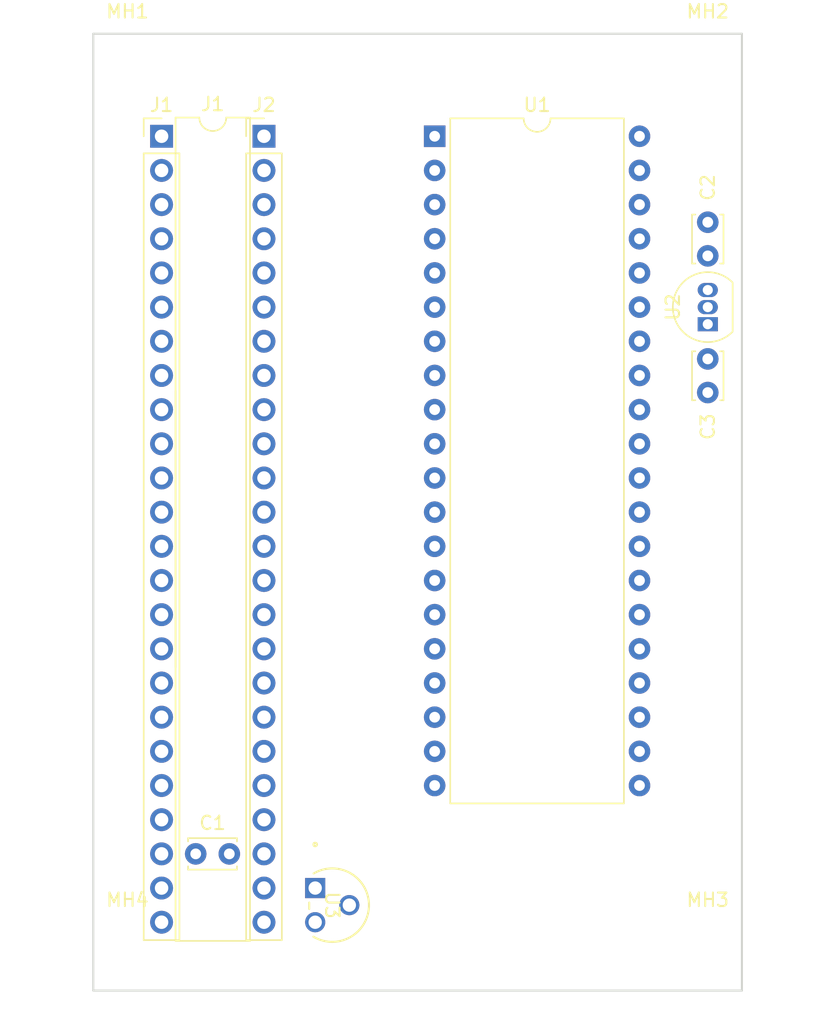
<source format=kicad_pcb>
(kicad_pcb (version 20221018) (generator pcbnew)
  (title_block (title "BionicTMS9981") (date "2023-12-12") (rev "1") (company "Tadashi G. Takaoka"))
  (layers (0 "F.Cu" signal) (31 "B.Cu" signal) (34 "B.Paste" user) (35 "F.Paste" user) (36 "B.SilkS" user "B.Silkscreen") (37 "F.SilkS" user "F.Silkscreen") (38 "B.Mask" user) (39 "F.Mask" user) (44 "Edge.Cuts" user))
  (net 0 "")
  (net 1 "VCC")
  (net 2 "GND")
  (net 3 "/P53")
  (net 4 "/P26")
  (net 5 "/P27")
  (net 6 "/P47")
  (net 7 "/P46")
  (net 8 "/P25")
  (net 9 "/P24")
  (net 10 "/P23")
  (net 11 "/P22")
  (net 12 "/P21")
  (net 13 "/P20")
  (net 14 "/P34")
  (net 15 "/P35")
  (net 16 "/P17")
  (net 18 "/P16")
  (net 19 "/P15")
  (net 20 "/P40")
  (net 21 "/P14")
  (net 22 "/P13")
  (net 23 "/P42")
  (net 24 "/P12")
  (net 25 "/P11")
  (net 26 "/P10")
  (net 27 "/P33")
  (net 28 "/P32")
  (net 29 "/P31")
  (net 30 "/P30")
  (net 31 "/P51")
  (net 32 "/P55")
  (net 33 "/P43")
  (net 34 "/P37")
  (net 35 "/P50")
  (net 36 "/P52")
  (net 38 "Net-(U2-VI)")
  (net 42 "/P41")
  (net 43 "/P54")
  (net 46 "/P45")
  (net 47 "Net-(U1-VDD)")
  (net 48 "Net-(J1-15V)")
  (net 49 "Net-(J2-P57)")
  (footprint "MountingHole:MountingHole_3.2mm_M3" (layer "F.Cu") (at 101 70)
    (fp_text reference "MH1" (at 0 -4.2) (layer "F.SilkS"))
    (fp_text value "MountingHole_3.2mm_M3")
    (pad "" np_thru_hole circle (at 0 0) (size 3.2 3.2) (drill 3.2) (layers "*.Cu" "*.Mask"))
  )
  (footprint "MountingHole:MountingHole_3.2mm_M3" (layer "F.Cu") (at 144.18 70)
    (fp_text reference "MH2" (at 0 -4.2) (layer "F.SilkS"))
    (fp_text value "MountingHole_3.2mm_M3")
    (pad "" np_thru_hole circle (at 0 0) (size 3.2 3.2) (drill 3.2) (layers "*.Cu" "*.Mask"))
  )
  (footprint "MountingHole:MountingHole_3.2mm_M3" (layer "F.Cu") (at 144.18 136.04)
    (fp_text reference "MH3" (at 0 -4.2) (layer "F.SilkS"))
    (fp_text value "MountingHole_3.2mm_M3")
    (pad "" np_thru_hole circle (at 0 0) (size 3.2 3.2) (drill 3.2) (layers "*.Cu" "*.Mask"))
  )
  (footprint "MountingHole:MountingHole_3.2mm_M3" (layer "F.Cu") (at 101 136.04)
    (fp_text reference "MH4" (at 0 -4.2) (layer "F.SilkS"))
    (fp_text value "MountingHole_3.2mm_M3")
    (pad "" np_thru_hole circle (at 0 0) (size 3.2 3.2) (drill 3.2) (layers "*.Cu" "*.Mask"))
  )
  (footprint "Capacitor_THT:C_Disc_D3.4mm_W2.1mm_P2.50mm" (layer "F.Cu") (at 106.08 128.42)
    (fp_text reference "C1" (at 1.25 -2.3) (layer "F.SilkS"))
    (fp_text value "0.1u")
    (fp_line (start -0.57 -1.17) (end -0.57 -0.925) (stroke (width 0.12)) (layer "F.SilkS"))
    (fp_line (start -0.57 -1.17) (end 3.07 -1.17) (stroke (width 0.12)) (layer "F.SilkS"))
    (fp_line (start -0.57 0.925) (end -0.57 1.17) (stroke (width 0.12)) (layer "F.SilkS"))
    (fp_line (start -0.57 1.17) (end 3.07 1.17) (stroke (width 0.12)) (layer "F.SilkS"))
    (fp_line (start 3.07 -1.17) (end 3.07 -0.925) (stroke (width 0.12)) (layer "F.SilkS"))
    (fp_line (start 3.07 0.925) (end 3.07 1.17) (stroke (width 0.12)) (layer "F.SilkS"))
    (pad "1" thru_hole circle (at 0 0) (size 1.6 1.6) (drill 0.8) (layers "*.Cu" "*.Mask") (net 1 "VCC"))
    (pad "2" thru_hole circle (at 2.5 0) (size 1.6 1.6) (drill 0.8) (layers "*.Cu" "*.Mask") (net 2 "GND"))
  )
  (footprint "0-LocalLibrary:DIP-48_W7.62mm" (layer "F.Cu") (at 103.54 75.08)
    (fp_text reference "J1" (at 3.81 -2.39) (layer "F.SilkS"))
    (fp_text value "BionicConnector")
    (fp_line (start 1.04 -1.39) (end 1.04 39.49) (stroke (width 0.12)) (layer "F.SilkS"))
    (fp_line (start 1.04 18.93) (end 1.04 59.81) (stroke (width 0.12)) (layer "F.SilkS"))
    (fp_line (start 1.04 59.81) (end 6.58 59.81) (stroke (width 0.12)) (layer "F.SilkS"))
    (fp_line (start 2.81 -1.39) (end 1.04 -1.39) (stroke (width 0.12)) (layer "F.SilkS"))
    (fp_line (start 6.58 -1.39) (end 4.81 -1.39) (stroke (width 0.12)) (layer "F.SilkS"))
    (fp_line (start 6.58 39.49) (end 6.58 -1.39) (stroke (width 0.12)) (layer "F.SilkS"))
    (fp_line (start 6.58 59.81) (end 6.58 18.93) (stroke (width 0.12)) (layer "F.SilkS"))
    (fp_arc (start 4.81 -1.39) (mid 3.81 -0.39) (end 2.81 -1.39) (stroke (width 0.12)) (layer "F.SilkS"))
    (pad "1" thru_hole rect (at 0 0) (size 1.6 1.6) (drill 0.8) (layers "*.Cu" "*.Mask") (net 2 "GND"))
    (pad "2" thru_hole oval (at 0 2.54) (size 1.6 1.6) (drill 0.8) (layers "*.Cu" "*.Mask") (net 26 "/P10"))
    (pad "3" thru_hole oval (at 0 5.08) (size 1.6 1.6) (drill 0.8) (layers "*.Cu" "*.Mask") (net 25 "/P11"))
    (pad "4" thru_hole oval (at 0 7.62) (size 1.6 1.6) (drill 0.8) (layers "*.Cu" "*.Mask") (net 24 "/P12"))
    (pad "5" thru_hole oval (at 0 10.16) (size 1.6 1.6) (drill 0.8) (layers "*.Cu" "*.Mask") (net 22 "/P13"))
    (pad "6" thru_hole oval (at 0 12.7) (size 1.6 1.6) (drill 0.8) (layers "*.Cu" "*.Mask") (net 21 "/P14"))
    (pad "7" thru_hole oval (at 0 15.24) (size 1.6 1.6) (drill 0.8) (layers "*.Cu" "*.Mask") (net 19 "/P15"))
    (pad "8" thru_hole oval (at 0 17.78) (size 1.6 1.6) (drill 0.8) (layers "*.Cu" "*.Mask") (net 18 "/P16"))
    (pad "9" thru_hole oval (at 0 20.32) (size 1.6 1.6) (drill 0.8) (layers "*.Cu" "*.Mask") (net 16 "/P17"))
    (pad "10" thru_hole oval (at 0 22.86) (size 1.6 1.6) (drill 0.8) (layers "*.Cu" "*.Mask"))
    (pad "11" thru_hole oval (at 0 25.4) (size 1.6 1.6) (drill 0.8) (layers "*.Cu" "*.Mask") (net 30 "/P30"))
    (pad "12" thru_hole oval (at 0 27.94) (size 1.6 1.6) (drill 0.8) (layers "*.Cu" "*.Mask") (net 29 "/P31"))
    (pad "13" thru_hole oval (at 0 30.48) (size 1.6 1.6) (drill 0.8) (layers "*.Cu" "*.Mask") (net 28 "/P32"))
    (pad "14" thru_hole oval (at 0 33.02) (size 1.6 1.6) (drill 0.8) (layers "*.Cu" "*.Mask") (net 27 "/P33"))
    (pad "15" thru_hole oval (at 0 35.56) (size 1.6 1.6) (drill 0.8) (layers "*.Cu" "*.Mask") (net 14 "/P34"))
    (pad "16" thru_hole oval (at 0 38.1) (size 1.6 1.6) (drill 0.8) (layers "*.Cu" "*.Mask") (net 15 "/P35"))
    (pad "17" thru_hole oval (at 0 40.64) (size 1.6 1.6) (drill 0.8) (layers "*.Cu" "*.Mask"))
    (pad "18" thru_hole oval (at 0 43.18) (size 1.6 1.6) (drill 0.8) (layers "*.Cu" "*.Mask") (net 34 "/P37"))
    (pad "19" thru_hole oval (at 0 45.72) (size 1.6 1.6) (drill 0.8) (layers "*.Cu" "*.Mask") (net 38 "Net-(U2-VI)"))
    (pad "20" thru_hole oval (at 0 48.26) (size 1.6 1.6) (drill 0.8) (layers "*.Cu" "*.Mask") (net 35 "/P50"))
    (pad "21" thru_hole oval (at 0 50.8) (size 1.6 1.6) (drill 0.8) (layers "*.Cu" "*.Mask") (net 31 "/P51"))
    (pad "22" thru_hole oval (at 0 53.34) (size 1.6 1.6) (drill 0.8) (layers "*.Cu" "*.Mask") (net 36 "/P52"))
    (pad "23" thru_hole oval (at 0 55.88) (size 1.6 1.6) (drill 0.8) (layers "*.Cu" "*.Mask") (net 3 "/P53"))
    (pad "24" thru_hole oval (at 0 58.42) (size 1.6 1.6) (drill 0.8) (layers "*.Cu" "*.Mask") (net 1 "VCC"))
    (pad "25" thru_hole oval (at 7.62 58.42) (size 1.6 1.6) (drill 0.8) (layers "*.Cu" "*.Mask") (net 1 "VCC"))
    (pad "26" thru_hole oval (at 7.62 55.88) (size 1.6 1.6) (drill 0.8) (layers "*.Cu" "*.Mask"))
    (pad "27" thru_hole oval (at 7.62 53.34) (size 1.6 1.6) (drill 0.8) (layers "*.Cu" "*.Mask"))
    (pad "28" thru_hole oval (at 7.62 50.8) (size 1.6 1.6) (drill 0.8) (layers "*.Cu" "*.Mask") (net 32 "/P55"))
    (pad "29" thru_hole oval (at 7.62 48.26) (size 1.6 1.6) (drill 0.8) (layers "*.Cu" "*.Mask") (net 43 "/P54"))
    (pad "30" thru_hole oval (at 7.62 45.72) (size 1.6 1.6) (drill 0.8) (layers "*.Cu" "*.Mask") (net 38 "Net-(U2-VI)"))
    (pad "31" thru_hole oval (at 7.62 43.18) (size 1.6 1.6) (drill 0.8) (layers "*.Cu" "*.Mask") (net 6 "/P47"))
    (pad "32" thru_hole oval (at 7.62 40.64) (size 1.6 1.6) (drill 0.8) (layers "*.Cu" "*.Mask") (net 7 "/P46"))
    (pad "33" thru_hole oval (at 7.62 38.1) (size 1.6 1.6) (drill 0.8) (layers "*.Cu" "*.Mask") (net 46 "/P45"))
    (pad "34" thru_hole oval (at 7.62 35.56) (size 1.6 1.6) (drill 0.8) (layers "*.Cu" "*.Mask"))
    (pad "35" thru_hole oval (at 7.62 33.02) (size 1.6 1.6) (drill 0.8) (layers "*.Cu" "*.Mask") (net 33 "/P43"))
    (pad "36" thru_hole oval (at 7.62 30.48) (size 1.6 1.6) (drill 0.8) (layers "*.Cu" "*.Mask") (net 23 "/P42"))
    (pad "37" thru_hole oval (at 7.62 27.94) (size 1.6 1.6) (drill 0.8) (layers "*.Cu" "*.Mask") (net 42 "/P41"))
    (pad "38" thru_hole oval (at 7.62 25.4) (size 1.6 1.6) (drill 0.8) (layers "*.Cu" "*.Mask") (net 20 "/P40"))
    (pad "39" thru_hole oval (at 7.62 22.86) (size 1.6 1.6) (drill 0.8) (layers "*.Cu" "*.Mask"))
    (pad "40" thru_hole oval (at 7.62 20.32) (size 1.6 1.6) (drill 0.8) (layers "*.Cu" "*.Mask") (net 5 "/P27"))
    (pad "41" thru_hole oval (at 7.62 17.78) (size 1.6 1.6) (drill 0.8) (layers "*.Cu" "*.Mask") (net 4 "/P26"))
    (pad "42" thru_hole oval (at 7.62 15.24) (size 1.6 1.6) (drill 0.8) (layers "*.Cu" "*.Mask") (net 8 "/P25"))
    (pad "43" thru_hole oval (at 7.62 12.7) (size 1.6 1.6) (drill 0.8) (layers "*.Cu" "*.Mask") (net 9 "/P24"))
    (pad "44" thru_hole oval (at 7.62 10.16) (size 1.6 1.6) (drill 0.8) (layers "*.Cu" "*.Mask") (net 10 "/P23"))
    (pad "45" thru_hole oval (at 7.62 7.62) (size 1.6 1.6) (drill 0.8) (layers "*.Cu" "*.Mask") (net 11 "/P22"))
    (pad "46" thru_hole oval (at 7.62 5.08) (size 1.6 1.6) (drill 0.8) (layers "*.Cu" "*.Mask") (net 12 "/P21"))
    (pad "47" thru_hole oval (at 7.62 2.54) (size 1.6 1.6) (drill 0.8) (layers "*.Cu" "*.Mask") (net 13 "/P20"))
    (pad "48" thru_hole oval (at 7.62 0) (size 1.6 1.6) (drill 0.8) (layers "*.Cu" "*.Mask") (net 2 "GND"))
  )
  (footprint "Capacitor_THT:C_Disc_D3.4mm_W2.1mm_P2.50mm" (layer "F.Cu") (at 144.18 83.97 90)
    (fp_text reference "C2" (at 5.08 0 90) (layer "F.SilkS"))
    (fp_text value "0.33u")
    (fp_line (start -0.57 -1.17) (end -0.57 -0.925) (stroke (width 0.12)) (layer "F.SilkS"))
    (fp_line (start -0.57 -1.17) (end 3.07 -1.17) (stroke (width 0.12)) (layer "F.SilkS"))
    (fp_line (start -0.57 0.925) (end -0.57 1.17) (stroke (width 0.12)) (layer "F.SilkS"))
    (fp_line (start -0.57 1.17) (end 3.07 1.17) (stroke (width 0.12)) (layer "F.SilkS"))
    (fp_line (start 3.07 -1.17) (end 3.07 -0.925) (stroke (width 0.12)) (layer "F.SilkS"))
    (fp_line (start 3.07 0.925) (end 3.07 1.17) (stroke (width 0.12)) (layer "F.SilkS"))
    (pad "1" thru_hole circle (at 0 0 90) (size 1.6 1.6) (drill 0.8) (layers "*.Cu" "*.Mask") (net 48 "Net-(J1-15V)"))
    (pad "2" thru_hole circle (at 2.5 0 90) (size 1.6 1.6) (drill 0.8) (layers "*.Cu" "*.Mask") (net 2 "GND"))
  )
  (footprint "Package_TO_SOT_THT:TO-92_Inline" (layer "F.Cu") (at 144.18 89.05 90)
    (fp_text reference "U2" (at 1.27 -2.6 90) (layer "F.SilkS"))
    (fp_text value "LM78L12_TO92")
    (fp_line (start -0.53 1.85) (end 3.07 1.85) (stroke (width 0.12)) (layer "F.SilkS"))
    (fp_arc (start -0.568478 1.838478) (mid -1.132087 -0.994977) (end 1.27 -2.6) (stroke (width 0.12)) (layer "F.SilkS"))
    (fp_arc (start 1.27 -2.6) (mid 3.672087 -0.994977) (end 3.108478 1.838478) (stroke (width 0.12)) (layer "F.SilkS"))
    (pad "1" thru_hole rect (at 0 0 90) (size 1.05 1.5) (drill 0.75) (layers "*.Cu" "*.Mask") (net 47 "Net-(U1-VDD)"))
    (pad "2" thru_hole oval (at 1.27 0 90) (size 1.05 1.5) (drill 0.75) (layers "*.Cu" "*.Mask") (net 2 "GND"))
    (pad "3" thru_hole oval (at 2.54 0 90) (size 1.05 1.5) (drill 0.75) (layers "*.Cu" "*.Mask") (net 48 "Net-(J1-15V)"))
  )
  (footprint "connector:Bionic-P245_Vertical" (layer "F.Cu") (at 111.16 75.08)
    (fp_text reference "J2" (at 0 -2.33) (layer "F.SilkS"))
    (fp_text value "Bionic-P245")
    (fp_line (start -1.33 -1.33) (end 0 -1.33) (stroke (width 0.12)) (layer "F.SilkS"))
    (fp_line (start -1.33 0) (end -1.33 -1.33) (stroke (width 0.12)) (layer "F.SilkS"))
    (fp_line (start -1.33 1.27) (end -1.33 59.75) (stroke (width 0.12)) (layer "F.SilkS"))
    (fp_line (start -1.33 1.27) (end 1.33 1.27) (stroke (width 0.12)) (layer "F.SilkS"))
    (fp_line (start -1.33 59.75) (end 1.33 59.75) (stroke (width 0.12)) (layer "F.SilkS"))
    (fp_line (start 1.33 1.27) (end 1.33 59.75) (stroke (width 0.12)) (layer "F.SilkS"))
    (pad "25" thru_hole oval (at 0 58.42) (size 1.7 1.7) (drill 1) (layers "*.Cu" "*.Mask") (net 1 "VCC"))
    (pad "26" thru_hole oval (at 0 55.88) (size 1.7 1.7) (drill 1) (layers "*.Cu" "*.Mask") (net 49 "Net-(J2-P57)"))
    (pad "27" thru_hole oval (at 0 53.34) (size 1.7 1.7) (drill 1) (layers "*.Cu" "*.Mask"))
    (pad "28" thru_hole oval (at 0 50.8) (size 1.7 1.7) (drill 1) (layers "*.Cu" "*.Mask") (net 32 "/P55"))
    (pad "29" thru_hole oval (at 0 48.26) (size 1.7 1.7) (drill 1) (layers "*.Cu" "*.Mask") (net 43 "/P54"))
    (pad "30" thru_hole oval (at 0 45.72) (size 1.7 1.7) (drill 1) (layers "*.Cu" "*.Mask") (net 48 "Net-(J1-15V)"))
    (pad "31" thru_hole oval (at 0 43.18) (size 1.7 1.7) (drill 1) (layers "*.Cu" "*.Mask") (net 6 "/P47"))
    (pad "32" thru_hole oval (at 0 40.64) (size 1.7 1.7) (drill 1) (layers "*.Cu" "*.Mask") (net 7 "/P46"))
    (pad "33" thru_hole oval (at 0 38.1) (size 1.7 1.7) (drill 1) (layers "*.Cu" "*.Mask") (net 46 "/P45"))
    (pad "34" thru_hole oval (at 0 35.56) (size 1.7 1.7) (drill 1) (layers "*.Cu" "*.Mask"))
    (pad "35" thru_hole oval (at 0 33.02) (size 1.7 1.7) (drill 1) (layers "*.Cu" "*.Mask") (net 33 "/P43"))
    (pad "36" thru_hole oval (at 0 30.48) (size 1.7 1.7) (drill 1) (layers "*.Cu" "*.Mask") (net 23 "/P42"))
    (pad "37" thru_hole oval (at 0 27.94) (size 1.7 1.7) (drill 1) (layers "*.Cu" "*.Mask") (net 42 "/P41"))
    (pad "38" thru_hole oval (at 0 25.4) (size 1.7 1.7) (drill 1) (layers "*.Cu" "*.Mask") (net 20 "/P40"))
    (pad "39" thru_hole oval (at 0 22.86) (size 1.7 1.7) (drill 1) (layers "*.Cu" "*.Mask"))
    (pad "40" thru_hole oval (at 0 20.32) (size 1.7 1.7) (drill 1) (layers "*.Cu" "*.Mask") (net 5 "/P27"))
    (pad "41" thru_hole oval (at 0 17.78) (size 1.7 1.7) (drill 1) (layers "*.Cu" "*.Mask") (net 4 "/P26"))
    (pad "42" thru_hole oval (at 0 15.24) (size 1.7 1.7) (drill 1) (layers "*.Cu" "*.Mask") (net 8 "/P25"))
    (pad "43" thru_hole oval (at 0 12.7) (size 1.7 1.7) (drill 1) (layers "*.Cu" "*.Mask") (net 9 "/P24"))
    (pad "44" thru_hole oval (at 0 10.16) (size 1.7 1.7) (drill 1) (layers "*.Cu" "*.Mask") (net 10 "/P23"))
    (pad "45" thru_hole oval (at 0 7.62) (size 1.7 1.7) (drill 1) (layers "*.Cu" "*.Mask") (net 11 "/P22"))
    (pad "46" thru_hole oval (at 0 5.08) (size 1.7 1.7) (drill 1) (layers "*.Cu" "*.Mask") (net 12 "/P21"))
    (pad "47" thru_hole oval (at 0 2.54) (size 1.7 1.7) (drill 1) (layers "*.Cu" "*.Mask") (net 13 "/P20"))
    (pad "48" thru_hole rect (at 0 0) (size 1.7 1.7) (drill 1) (layers "*.Cu" "*.Mask") (net 2 "GND"))
  )
  (footprint "Package_DIP:DIP-40_W15.24mm" (layer "F.Cu") (at 123.86 75.08)
    (fp_text reference "U1" (at 7.62 -2.33) (layer "F.SilkS"))
    (fp_text value "TMS9981")
    (fp_line (start 1.16 -1.33) (end 1.16 49.59) (stroke (width 0.12)) (layer "F.SilkS"))
    (fp_line (start 1.16 49.59) (end 14.08 49.59) (stroke (width 0.12)) (layer "F.SilkS"))
    (fp_line (start 6.62 -1.33) (end 1.16 -1.33) (stroke (width 0.12)) (layer "F.SilkS"))
    (fp_line (start 14.08 -1.33) (end 8.62 -1.33) (stroke (width 0.12)) (layer "F.SilkS"))
    (fp_line (start 14.08 49.59) (end 14.08 -1.33) (stroke (width 0.12)) (layer "F.SilkS"))
    (fp_arc (start 8.62 -1.33) (mid 7.62 -0.33) (end 6.62 -1.33) (stroke (width 0.12)) (layer "F.SilkS"))
    (pad "1" thru_hole rect (at 0 0) (size 1.6 1.6) (drill 0.8) (layers "*.Cu" "*.Mask") (net 20 "/P40"))
    (pad "2" thru_hole oval (at 0 2.54) (size 1.6 1.6) (drill 0.8) (layers "*.Cu" "*.Mask") (net 3 "/P53"))
    (pad "3" thru_hole oval (at 0 5.08) (size 1.6 1.6) (drill 0.8) (layers "*.Cu" "*.Mask") (net 32 "/P55"))
    (pad "4" thru_hole oval (at 0 7.62) (size 1.6 1.6) (drill 0.8) (layers "*.Cu" "*.Mask") (net 13 "/P20"))
    (pad "5" thru_hole oval (at 0 10.16) (size 1.6 1.6) (drill 0.8) (layers "*.Cu" "*.Mask") (net 12 "/P21"))
    (pad "6" thru_hole oval (at 0 12.7) (size 1.6 1.6) (drill 0.8) (layers "*.Cu" "*.Mask") (net 11 "/P22"))
    (pad "7" thru_hole oval (at 0 15.24) (size 1.6 1.6) (drill 0.8) (layers "*.Cu" "*.Mask") (net 10 "/P23"))
    (pad "8" thru_hole oval (at 0 17.78) (size 1.6 1.6) (drill 0.8) (layers "*.Cu" "*.Mask") (net 9 "/P24"))
    (pad "9" thru_hole oval (at 0 20.32) (size 1.6 1.6) (drill 0.8) (layers "*.Cu" "*.Mask") (net 8 "/P25"))
    (pad "10" thru_hole oval (at 0 22.86) (size 1.6 1.6) (drill 0.8) (layers "*.Cu" "*.Mask") (net 4 "/P26"))
    (pad "11" thru_hole oval (at 0 25.4) (size 1.6 1.6) (drill 0.8) (layers "*.Cu" "*.Mask") (net 5 "/P27"))
    (pad "12" thru_hole oval (at 0 27.94) (size 1.6 1.6) (drill 0.8) (layers "*.Cu" "*.Mask") (net 30 "/P30"))
    (pad "13" thru_hole oval (at 0 30.48) (size 1.6 1.6) (drill 0.8) (layers "*.Cu" "*.Mask") (net 29 "/P31"))
    (pad "14" thru_hole oval (at 0 33.02) (size 1.6 1.6) (drill 0.8) (layers "*.Cu" "*.Mask") (net 28 "/P32"))
    (pad "15" thru_hole oval (at 0 35.56) (size 1.6 1.6) (drill 0.8) (layers "*.Cu" "*.Mask") (net 27 "/P33"))
    (pad "16" thru_hole oval (at 0 38.1) (size 1.6 1.6) (drill 0.8) (layers "*.Cu" "*.Mask") (net 14 "/P34"))
    (pad "17" thru_hole oval (at 0 40.64) (size 1.6 1.6) (drill 0.8) (layers "*.Cu" "*.Mask") (net 15 "/P35"))
    (pad "18" thru_hole oval (at 0 43.18) (size 1.6 1.6) (drill 0.8) (layers "*.Cu" "*.Mask") (net 35 "/P50"))
    (pad "19" thru_hole oval (at 0 45.72) (size 1.6 1.6) (drill 0.8) (layers "*.Cu" "*.Mask") (net 46 "/P45"))
    (pad "20" thru_hole oval (at 0 48.26) (size 1.6 1.6) (drill 0.8) (layers "*.Cu" "*.Mask") (net 1 "VCC"))
    (pad "21" thru_hole oval (at 15.24 48.26) (size 1.6 1.6) (drill 0.8) (layers "*.Cu" "*.Mask") (net 6 "/P47"))
    (pad "22" thru_hole oval (at 15.24 45.72) (size 1.6 1.6) (drill 0.8) (layers "*.Cu" "*.Mask") (net 42 "/P41"))
    (pad "23" thru_hole oval (at 15.24 43.18) (size 1.6 1.6) (drill 0.8) (layers "*.Cu" "*.Mask") (net 23 "/P42"))
    (pad "24" thru_hole oval (at 15.24 40.64) (size 1.6 1.6) (drill 0.8) (layers "*.Cu" "*.Mask") (net 33 "/P43"))
    (pad "25" thru_hole oval (at 15.24 38.1) (size 1.6 1.6) (drill 0.8) (layers "*.Cu" "*.Mask") (net 16 "/P17"))
    (pad "26" thru_hole oval (at 15.24 35.56) (size 1.6 1.6) (drill 0.8) (layers "*.Cu" "*.Mask") (net 18 "/P16"))
    (pad "27" thru_hole oval (at 15.24 33.02) (size 1.6 1.6) (drill 0.8) (layers "*.Cu" "*.Mask") (net 19 "/P15"))
    (pad "28" thru_hole oval (at 15.24 30.48) (size 1.6 1.6) (drill 0.8) (layers "*.Cu" "*.Mask") (net 21 "/P14"))
    (pad "29" thru_hole oval (at 15.24 27.94) (size 1.6 1.6) (drill 0.8) (layers "*.Cu" "*.Mask") (net 22 "/P13"))
    (pad "30" thru_hole oval (at 15.24 25.4) (size 1.6 1.6) (drill 0.8) (layers "*.Cu" "*.Mask") (net 24 "/P12"))
    (pad "31" thru_hole oval (at 15.24 22.86) (size 1.6 1.6) (drill 0.8) (layers "*.Cu" "*.Mask") (net 25 "/P11"))
    (pad "32" thru_hole oval (at 15.24 20.32) (size 1.6 1.6) (drill 0.8) (layers "*.Cu" "*.Mask") (net 26 "/P10"))
    (pad "33" thru_hole oval (at 15.24 17.78) (size 1.6 1.6) (drill 0.8) (layers "*.Cu" "*.Mask"))
    (pad "34" thru_hole oval (at 15.24 15.24) (size 1.6 1.6) (drill 0.8) (layers "*.Cu" "*.Mask") (net 7 "/P46"))
    (pad "35" thru_hole oval (at 15.24 12.7) (size 1.6 1.6) (drill 0.8) (layers "*.Cu" "*.Mask") (net 2 "GND"))
    (pad "36" thru_hole oval (at 15.24 10.16) (size 1.6 1.6) (drill 0.8) (layers "*.Cu" "*.Mask") (net 47 "Net-(U1-VDD)"))
    (pad "37" thru_hole oval (at 15.24 7.62) (size 1.6 1.6) (drill 0.8) (layers "*.Cu" "*.Mask") (net 34 "/P37"))
    (pad "38" thru_hole oval (at 15.24 5.08) (size 1.6 1.6) (drill 0.8) (layers "*.Cu" "*.Mask") (net 31 "/P51"))
    (pad "39" thru_hole oval (at 15.24 2.54) (size 1.6 1.6) (drill 0.8) (layers "*.Cu" "*.Mask") (net 36 "/P52"))
    (pad "40" thru_hole oval (at 15.24 0) (size 1.6 1.6) (drill 0.8) (layers "*.Cu" "*.Mask") (net 43 "/P54"))
  )
  (footprint "connector:Bionic-P135_Vertical" (layer "F.Cu") (at 103.54 75.08)
    (fp_text reference "J1" (at 0 -2.33) (layer "F.SilkS"))
    (fp_text value "Bionic-P135")
    (fp_line (start -1.33 -1.33) (end 0 -1.33) (stroke (width 0.12)) (layer "F.SilkS"))
    (fp_line (start -1.33 0) (end -1.33 -1.33) (stroke (width 0.12)) (layer "F.SilkS"))
    (fp_line (start -1.33 1.27) (end -1.33 59.75) (stroke (width 0.12)) (layer "F.SilkS"))
    (fp_line (start -1.33 1.27) (end 1.33 1.27) (stroke (width 0.12)) (layer "F.SilkS"))
    (fp_line (start -1.33 59.75) (end 1.33 59.75) (stroke (width 0.12)) (layer "F.SilkS"))
    (fp_line (start 1.33 1.27) (end 1.33 59.75) (stroke (width 0.12)) (layer "F.SilkS"))
    (pad "1" thru_hole rect (at 0 0) (size 1.7 1.7) (drill 1) (layers "*.Cu" "*.Mask") (net 2 "GND"))
    (pad "2" thru_hole oval (at 0 2.54) (size 1.7 1.7) (drill 1) (layers "*.Cu" "*.Mask") (net 26 "/P10"))
    (pad "3" thru_hole oval (at 0 5.08) (size 1.7 1.7) (drill 1) (layers "*.Cu" "*.Mask") (net 25 "/P11"))
    (pad "4" thru_hole oval (at 0 7.62) (size 1.7 1.7) (drill 1) (layers "*.Cu" "*.Mask") (net 24 "/P12"))
    (pad "5" thru_hole oval (at 0 10.16) (size 1.7 1.7) (drill 1) (layers "*.Cu" "*.Mask") (net 22 "/P13"))
    (pad "6" thru_hole oval (at 0 12.7) (size 1.7 1.7) (drill 1) (layers "*.Cu" "*.Mask") (net 21 "/P14"))
    (pad "7" thru_hole oval (at 0 15.24) (size 1.7 1.7) (drill 1) (layers "*.Cu" "*.Mask") (net 19 "/P15"))
    (pad "8" thru_hole oval (at 0 17.78) (size 1.7 1.7) (drill 1) (layers "*.Cu" "*.Mask") (net 18 "/P16"))
    (pad "9" thru_hole oval (at 0 20.32) (size 1.7 1.7) (drill 1) (layers "*.Cu" "*.Mask") (net 16 "/P17"))
    (pad "10" thru_hole oval (at 0 22.86) (size 1.7 1.7) (drill 1) (layers "*.Cu" "*.Mask"))
    (pad "11" thru_hole oval (at 0 25.4) (size 1.7 1.7) (drill 1) (layers "*.Cu" "*.Mask") (net 30 "/P30"))
    (pad "12" thru_hole oval (at 0 27.94) (size 1.7 1.7) (drill 1) (layers "*.Cu" "*.Mask") (net 29 "/P31"))
    (pad "13" thru_hole oval (at 0 30.48) (size 1.7 1.7) (drill 1) (layers "*.Cu" "*.Mask") (net 28 "/P32"))
    (pad "14" thru_hole oval (at 0 33.02) (size 1.7 1.7) (drill 1) (layers "*.Cu" "*.Mask") (net 27 "/P33"))
    (pad "15" thru_hole oval (at 0 35.56) (size 1.7 1.7) (drill 1) (layers "*.Cu" "*.Mask") (net 14 "/P34"))
    (pad "16" thru_hole oval (at 0 38.1) (size 1.7 1.7) (drill 1) (layers "*.Cu" "*.Mask") (net 15 "/P35"))
    (pad "17" thru_hole oval (at 0 40.64) (size 1.7 1.7) (drill 1) (layers "*.Cu" "*.Mask"))
    (pad "18" thru_hole oval (at 0 43.18) (size 1.7 1.7) (drill 1) (layers "*.Cu" "*.Mask") (net 34 "/P37"))
    (pad "19" thru_hole oval (at 0 45.72) (size 1.7 1.7) (drill 1) (layers "*.Cu" "*.Mask") (net 48 "Net-(J1-15V)"))
    (pad "20" thru_hole oval (at 0 48.26) (size 1.7 1.7) (drill 1) (layers "*.Cu" "*.Mask") (net 35 "/P50"))
    (pad "21" thru_hole oval (at 0 50.8) (size 1.7 1.7) (drill 1) (layers "*.Cu" "*.Mask") (net 31 "/P51"))
    (pad "22" thru_hole oval (at 0 53.34) (size 1.7 1.7) (drill 1) (layers "*.Cu" "*.Mask") (net 36 "/P52"))
    (pad "23" thru_hole oval (at 0 55.88) (size 1.7 1.7) (drill 1) (layers "*.Cu" "*.Mask") (net 3 "/P53"))
    (pad "24" thru_hole oval (at 0 58.42) (size 1.7 1.7) (drill 1) (layers "*.Cu" "*.Mask") (net 1 "VCC"))
  )
  (footprint "Capacitor_THT:C_Disc_D3.4mm_W2.1mm_P2.50mm" (layer "F.Cu") (at 144.18 91.63 -90)
    (fp_text reference "C3" (at 5.04 0 90) (layer "F.SilkS"))
    (fp_text value "0.1u")
    (fp_line (start -0.57 -1.17) (end -0.57 -0.925) (stroke (width 0.12)) (layer "F.SilkS"))
    (fp_line (start -0.57 -1.17) (end 3.07 -1.17) (stroke (width 0.12)) (layer "F.SilkS"))
    (fp_line (start -0.57 0.925) (end -0.57 1.17) (stroke (width 0.12)) (layer "F.SilkS"))
    (fp_line (start -0.57 1.17) (end 3.07 1.17) (stroke (width 0.12)) (layer "F.SilkS"))
    (fp_line (start 3.07 -1.17) (end 3.07 -0.925) (stroke (width 0.12)) (layer "F.SilkS"))
    (fp_line (start 3.07 0.925) (end 3.07 1.17) (stroke (width 0.12)) (layer "F.SilkS"))
    (pad "1" thru_hole circle (at 0 0 270) (size 1.6 1.6) (drill 0.8) (layers "*.Cu" "*.Mask") (net 47 "Net-(U1-VDD)"))
    (pad "2" thru_hole circle (at 2.5 0 270) (size 1.6 1.6) (drill 0.8) (layers "*.Cu" "*.Mask") (net 2 "GND"))
  )
  (footprint "microchip:TO-92_MC_MCH" (layer "F.Cu") (at 114.97 130.96 -90)
    (fp_text reference "U3" (at 1.27 -1.27 -90 unlocked) (layer "F.SilkS"))
    (fp_text value "11AA010-I/TO")
    (fp_line (start 1.08204 0.4445) (end 1.553476 0.4445) (stroke (width 0.1524)) (layer "F.SilkS"))
    (fp_arc (start -1.08204 0.116917) (mid 0.551186 -3.904186) (end 4.0005 -1.27) (stroke (width 0.1524)) (layer "F.SilkS"))
    (fp_arc (start 4.0005 -1.269999) (mid 3.90215 -0.543764) (end 3.614184 0.130155) (stroke (width 0.1524)) (layer "F.SilkS"))
    (fp_circle (center -3.2385 0) (end -3.1115 0) (stroke (width 0.1524)) (fill none) (layer "F.SilkS"))
    (pad "1" thru_hole rect (at 0 0 270) (size 1.4986 1.4986) (drill 0.9906) (layers "*.Cu" "*.Mask") (net 2 "GND"))
    (pad "2" thru_hole circle (at 1.27 -2.54 270) (size 1.4986 1.4986) (drill 0.9906) (layers "*.Cu" "*.Mask") (net 49 "Net-(J2-P57)"))
    (pad "3" thru_hole circle (at 2.54 0 270) (size 1.4986 1.4986) (drill 0.9906) (layers "*.Cu" "*.Mask") (net 1 "VCC"))
  )
  (gr_line (start 98.46 138.58) (end 98.46 67.46) (stroke (width 0.15)) (layer "Edge.Cuts"))
  (gr_line (start 98.46 67.46) (end 146.72 67.46) (stroke (width 0.15)) (layer "Edge.Cuts"))
  (gr_line (start 146.72 138.58) (end 98.46 138.58) (stroke (width 0.15)) (layer "Edge.Cuts"))
  (gr_line (start 146.72 67.46) (end 146.72 138.58) (stroke (width 0.15)) (layer "Edge.Cuts"))
)
</source>
